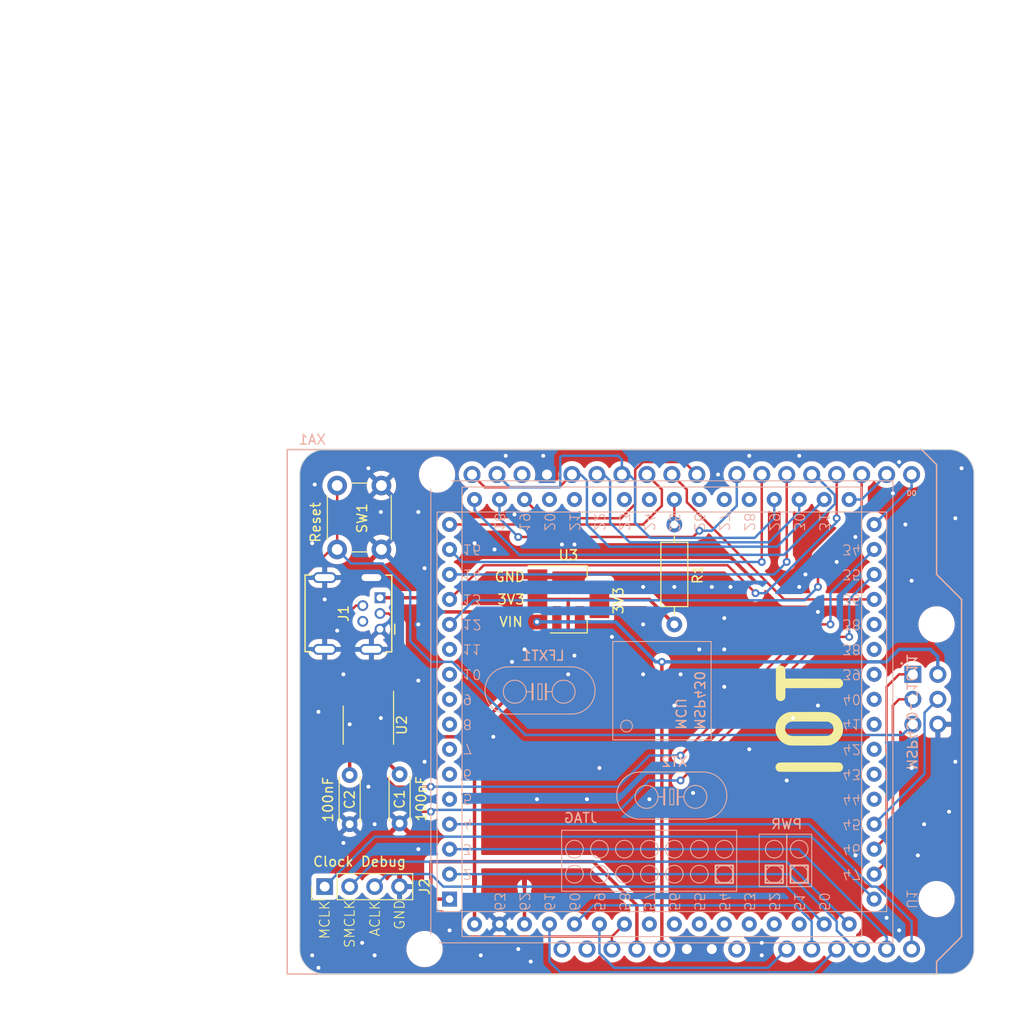
<source format=kicad_pcb>
(kicad_pcb (version 20221018) (generator pcbnew)
  (title_block (comment 4 "AISLER Project ID: EDIGCINF"))
  (layers (0 "F.Cu" signal) (31 "B.Cu" signal) (34 "B.Paste" user) (35 "F.Paste" user) (36 "B.SilkS" user "B.Silkscreen") (37 "F.SilkS" user "F.Silkscreen") (38 "B.Mask" user) (39 "F.Mask" user) (44 "Edge.Cuts" user))
  (net 0 "")
  (net 1 "GND")
  (net 3 "/USB_D-")
  (net 4 "/USB_D+")
  (net 5 "+5V")
  (net 6 "/R_{OSC}")
  (net 7 "VCC")
  (net 8 "GNDA")
  (net 9 "VDDA")
  (net 10 "/A5")
  (net 18 "/D2")
  (net 19 "/D3")
  (net 20 "/D5")
  (net 21 "/D6")
  (net 22 "/CS")
  (net 23 "/D4")
  (net 24 "/D7")
  (net 25 "/D8")
  (net 34 "/COPI0{slash}SDA")
  (net 35 "/CIPO0")
  (net 36 "/SCK0{slash}SCL")
  (net 37 "/TXD0")
  (net 38 "/RXD0")
  (net 39 "/TXD1")
  (net 40 "/RXD1")
  (net 41 "/D9")
  (net 50 "/COPI1")
  (net 51 "/CIPO1")
  (net 52 "/SCK1")
  (net 53 "/MCLK")
  (net 54 "/SMCLK")
  (net 55 "/ACLK")
  (net 63 "/~{RST}")
  (net 64 "/A0")
  (net 65 "/A1")
  (net 66 "/A2")
  (net 68 "/A3")
  (net 69 "/A4")
  (footprint "boards:RIOT Logo" (layer "F.Cu") (at 120.65 103.886 90)
    (fp_text reference "REF**" hide)
    (fp_text value "RIOT Logo" hide)
  )
  (footprint "custom:LDO-3V3" (layer "F.Cu") (at 90.83 83.82 180)
    (fp_text reference "U3")
    (fp_text value "LDO-3V3")
  )
  (footprint "PCM_arduino-library:Arduino_Uno_R3_Shield" (layer "F.Cu") (at 62.23 121.92)
    (fp_text reference "XA1")
    (fp_text value "Arduino UNO Headers")
  )
  (footprint "custom:USB_Mini-B-Through-Hole" (layer "F.Cu") (at 71.665 86.85 90)
    (fp_text reference "J1")
    (fp_text value "USB_B_Mini")
  )
  (footprint "Resistor_THT:R_Axial_DIN0207_L6.3mm_D2.5mm_P10.16mm_Horizontal" (layer "F.Cu") (at 101.6 76.2 -90)
    (fp_text reference "R1")
    (fp_text value "100K")
  )
  (footprint "NetTie:NetTie-2_SMD_Pad0.5mm" (layer "F.Cu") (at 86.36 112.53 -90)
    (fp_text reference "NT2" hide)
    (fp_text value "NetTie_2" hide)
  )
  (footprint "Button_Switch_THT:SW_PUSH_6mm_H5mm" (layer "F.Cu") (at 71.81 72.24 -90)
    (fp_text reference "SW1")
    (fp_text value "Reset")
  )
  (footprint "Package_SO:SOP-8_3.9x4.9mm_P1.27mm" (layer "F.Cu") (at 70.485 96.605 -90)
    (fp_text reference "U2")
    (fp_text value "CH340N")
  )
  (footprint "Connector_PinHeader_2.54mm:PinHeader_1x04_P2.54mm_Vertical" (layer "F.Cu") (at 66.04 113.03 90)
    (fp_text reference "J2")
    (fp_text value "Clock Debug")
  )
  (footprint "Capacitor_THT:C_Disc_D4.3mm_W1.9mm_P5.00mm" (layer "F.Cu") (at 73.66 106.6 90)
    (fp_text reference "C1")
    (fp_text value "100nF")
  )
  (footprint "Capacitor_THT:C_Disc_D4.3mm_W1.9mm_P5.00mm" (layer "F.Cu") (at 68.58 101.68 -90)
    (fp_text reference "C2")
    (fp_text value "100nF")
  )
  (footprint "NetTie:NetTie-2_SMD_Pad0.5mm" (layer "F.Cu") (at 81.28 112.395 -90)
    (fp_text reference "NT1" hide)
    (fp_text value "NetTie_2" hide)
  )
  (footprint "custom:Olimex MSP430-H1611" (layer "B.Cu") (at 78.74 114.3 90)
    (fp_text reference "U1")
    (fp_text value "MSP430-F1611")
  )
  (gr_line (start 66.04 68.58) (end 129.54 68.58) (stroke (width 0.1)) (layer "Edge.Cuts"))
  (gr_arc (start 132.08 119.38) (mid 131.336051 121.176051) (end 129.54 121.92) (stroke (width 0.1)) (layer "Edge.Cuts"))
  (gr_arc (start 129.54 68.58) (mid 131.336051 69.323949) (end 132.08 71.12) (stroke (width 0.1)) (layer "Edge.Cuts"))
  (gr_line (start 132.08 71.12) (end 132.08 119.38) (stroke (width 0.1)) (layer "Edge.Cuts"))
  (gr_line (start 63.5 119.38) (end 63.5 71.12) (stroke (width 0.1)) (layer "Edge.Cuts"))
  (gr_line (start 129.54 121.92) (end 66.04 121.92) (stroke (width 0.1)) (layer "Edge.Cuts"))
  (gr_arc (start 63.5 71.12) (mid 64.243949 69.323949) (end 66.04 68.58) (stroke (width 0.1)) (layer "Edge.Cuts"))
  (gr_arc (start 66.04 121.92) (mid 64.243949 121.176051) (end 63.5 119.38) (stroke (width 0.1)) (layer "Edge.Cuts"))
  (gr_text "SMCLK" (at 68.58 114.3 90) (layer "F.SilkS") (effects (font (size 1 1) (thickness 0.1)) (justify right)))
  (gr_text "ACLK" (at 71.15 114.36 90) (layer "F.SilkS") (effects (font (size 1 1) (thickness 0.1)) (justify right)))
  (gr_text "MCLK" (at 66.04 114.36 90) (layer "F.SilkS") (effects (font (size 1 1) (thickness 0.1)) (justify right)))
  (gr_text "GND" (at 73.66 114.3 90) (layer "F.SilkS") (effects (font (size 1 1) (thickness 0.1)) (justify right)))
  (via (at 70.485 70.485) (size 0.8) (drill 0.4) (layers "F.Cu" "B.Cu") (net 1))
  (via (at 71.755 95.885) (size 0.8) (drill 0.4) (layers "F.Cu" "B.Cu") (net 1))
  (via (at 110.49 120.015) (size 0.8) (drill 0.4) (layers "F.Cu" "B.Cu") (net 1))
  (via (at 76.2 100.33) (size 0.8) (drill 0.4) (layers "F.Cu" "B.Cu") (net 1))
  (via (at 85.344 75.184) (size 0.8) (drill 0.4) (layers "F.Cu" "B.Cu") (net 1))
  (via (at 130.81 70.485) (size 0.8) (drill 0.4) (layers "F.Cu" "B.Cu") (net 1))
  (via (at 78.74 117.475) (size 0.8) (drill 0.4) (layers "F.Cu" "B.Cu") (net 1))
  (via (at 103.505 103.505) (size 0.8) (drill 0.4) (layers "F.Cu" "B.Cu") (net 1))
  (via (at 124.46 117.475) (size 0.8) (drill 0.4) (layers "F.Cu" "B.Cu") (net 1))
  (via (at 85.725 119.38) (size 0.8) (drill 0.4) (layers "F.Cu" "B.Cu") (net 1))
  (via (at 83.185 97.79) (size 0.8) (drill 0.4) (layers "F.Cu" "B.Cu") (net 1))
  (via (at 81.915 120.015) (size 0.8) (drill 0.4) (layers "F.Cu" "B.Cu") (net 1))
  (via (at 106.68 85.725) (size 0.8) (drill 0.4) (layers "F.Cu" "B.Cu") (net 1))
  (via (at 114.3 69.215) (size 0.8) (drill 0.4) (layers "F.Cu" "B.Cu") (net 1))
  (via (at 86.36 88.9) (size 0.8) (drill 0.4) (layers "F.Cu" "B.Cu") (net 1))
  (via (at 65.405 121.285) (size 0.8) (drill 0.4) (layers "F.Cu" "B.Cu") (net 1))
  (via (at 65.024 72.136) (size 0.8) (drill 0.4) (layers "F.Cu" "B.Cu") (net 1))
  (via (at 95.25 87.63) (size 0.8) (drill 0.4) (layers "F.Cu" "B.Cu") (net 1))
  (via (at 126.365 109.855) (size 0.8) (drill 0.4) (layers "F.Cu" "B.Cu") (net 1))
  (via (at 125.095 76.2) (size 0.8) (drill 0.4) (layers "F.Cu" "B.Cu") (net 1))
  (via (at 88.265 69.215) (size 0.8) (drill 0.4) (layers "F.Cu" "B.Cu") (net 1))
  (via (at 101.6 82.55) (size 0.8) (drill 0.4) (layers "F.Cu" "B.Cu") (net 1))
  (via (at 69.85 118.745) (size 0.8) (drill 0.4) (layers "F.Cu" "B.Cu") (net 1))
  (via (at 84.455 69.215) (size 0.8) (drill 0.4) (layers "F.Cu" "B.Cu") (net 1))
  (via (at 129.54 105.41) (size 0.8) (drill 0.4) (layers "F.Cu" "B.Cu") (net 1))
  (via (at 91.44 89.535) (size 0.8) (drill 0.4) (layers "F.Cu" "B.Cu") (net 1))
  (via (at 125.73 100.965) (size 0.8) (drill 0.4) (layers "F.Cu" "B.Cu") (net 1))
  (via (at 91.44 78.232) (size 0.8) (drill 0.4) (layers "F.Cu" "B.Cu") (net 1))
  (via (at 109.22 69.215) (size 0.8) (drill 0.4) (layers "F.Cu" "B.Cu") (net 1))
  (via (at 68.58 96.52) (size 0.8) (drill 0.4) (layers "F.Cu" "B.Cu") (net 1))
  (via (at 106.68 88.9) (size 0.8) (drill 0.4) (layers "F.Cu" "B.Cu") (net 1))
  (via (at 67.945 108.585) (size 0.8) (drill 0.4) (layers "F.Cu" "B.Cu") (net 1))
  (via (at 67.945 91.44) (size 0.8) (drill 0.4) (layers "F.Cu" "B.Cu") (net 1))
  (via (at 81.28 78.105) (size 0.8) (drill 0.4) (layers "F.Cu" "B.Cu") (net 1))
  (via (at 71.12 106.68) (size 0.8) (drill 0.4) (layers "F.Cu" "B.Cu") (net 1))
  (via (at 114.3 82.55) (size 0.8) (drill 0.4) (layers "F.Cu" "B.Cu") (net 1))
  (via (at 120.015 109.855) (size 0.8) (drill 0.4) (layers "F.Cu" "B.Cu") (net 1))
  (via (at 120.015 77.47) (size 0.8) (drill 0.4) (layers "F.Cu" "B.Cu") (net 1))
  (via (at 104.14 88.9) (size 0.8) (drill 0.4) (layers "F.Cu" "B.Cu") (net 1))
  (via (at 102.235 91.44) (size 0.8) (drill 0.4) (layers "F.Cu" "B.Cu") (net 1))
  (via (at 93.98 100.965) (size 0.8) (drill 0.4) (layers "F.Cu" "B.Cu") (net 1))
  (via (at 87.63 104.14) (size 0.8) (drill 0.4) (layers "F.Cu" "B.Cu") (net 1))
  (via (at 99.06 104.14) (size 0.8) (drill 0.4) (layers "F.Cu" "B.Cu") (net 1))
  (via (at 75.565 92.075) (size 0.8) (drill 0.4) (layers "F.Cu" "B.Cu") (net 1))
  (via (at 75.565 74.93) (size 0.8) (drill 0.4) (layers "F.Cu" "B.Cu") (net 1))
  (via (at 65.405 95.25) (size 0.8) (drill 0.4) (layers "F.Cu" "B.Cu") (net 1))
  (via (at 75.565 109.22) (size 0.8) (drill 0.4) (layers "F.Cu" "B.Cu") (net 1))
  (via (at 116.205 94.615) (size 0.8) (drill 0.4) (layers "F.Cu" "B.Cu") (net 1))
  (via (at 110.49 118.745) (size 0.8) (drill 0.4) (layers "F.Cu" "B.Cu") (net 1))
  (via (at 71.12 120.015) (size 0.8) (drill 0.4) (layers "F.Cu" "B.Cu") (net 1))
  (via (at 98.425 86.36) (size 0.8) (drill 0.4) (layers "F.Cu" "B.Cu") (net 1))
  (via (at 116.205 85.09) (size 0.8) (drill 0.4) (layers "F.Cu" "B.Cu") (net 1))
  (via (at 98.425 91.44) (size 0.8) (drill 0.4) (layers "F.Cu" "B.Cu") (net 1))
  (via (at 107.315 82.55) (size 0.8) (drill 0.4) (layers "F.Cu" "B.Cu") (net 1))
  (via (at 90.17 78.232) (size 0.8) (drill 0.4) (layers "F.Cu" "B.Cu") (net 1))
  (via (at 127 106.68) (size 0.8) (drill 0.4) (layers "F.Cu" "B.Cu") (net 1))
  (via (at 92.71 104.14) (size 0.8) (drill 0.4) (layers "F.Cu" "B.Cu") (net 1))
  (via (at 123.19 116.205) (size 0.8) (drill 0.4) (layers "F.Cu" "B.Cu") (net 1))
  (via (at 114.935 81.28) (size 0.8) (drill 0.4) (layers "F.Cu" "B.Cu") (net 1))
  (via (at 130.175 75.565) (size 0.8) (drill 0.4) (layers "F.Cu" "B.Cu") (net 1))
  (via (at 83.312 78.74) (size 0.8) (drill 0.4) (layers "F.Cu" "B.Cu") (net 1))
  (via (at 66.04 83.82) (size 0.8) (drill 0.4) (layers "F.Cu" "B.Cu") (net 1))
  (via (at 85.09 90.17) (size 0.8) (drill 0.4) (layers "F.Cu" "B.Cu") (net 1))
  (via (at 70.485 102.87) (size 0.8) (drill 0.4) (layers "F.Cu" "B.Cu") (net 1))
  (via (at 118.11 80.01) (size 0.8) (drill 0.4) (layers "F.Cu" "B.Cu") (net 1))
  (via (at 123.825 73.025) (size 0.8) (drill 0.4) (layers "F.Cu" "B.Cu") (net 1))
  (via (at 105.41 82.55) (size 0.8) (drill 0.4) (layers "F.Cu" "B.Cu") (net 1))
  (via (at 106.045 71.12) (size 0.8) (drill 0.4) (layers "F.Cu" "B.Cu") (net 1))
  (via (at 67.31 86.995) (size 0.8) (drill 0.4) (layers "F.Cu" "B.Cu") (net 1))
  (via (at 76.2 80.645) (size 0.8) (drill 0.4) (layers "F.Cu" "B.Cu") (net 1))
  (via (at 113.665 95.885) (size 0.8) (drill 0.4) (layers "F.Cu" "B.Cu") (net 1))
  (via (at 101.6 94.615) (size 0.8) (drill 0.4) (layers "F.Cu" "B.Cu") (net 1))
  (via (at 109.22 99.06) (size 0.8) (drill 0.4) (layers "F.Cu" "B.Cu") (net 1))
  (via (at 125.73 81.915) (size 0.8) (drill 0.4) (layers "F.Cu" "B.Cu") (net 1))
  (via (at 90.805 91.44) (size 0.8) (drill 0.4) (layers "F.Cu" "B.Cu") (net 1))
  (via (at 71.755 74.93) (size 0.8) (drill 0.4) (layers "F.Cu" "B.Cu") (net 1))
  (via (at 64.77 120.015) (size 0.8) (drill 0.4) (layers "F.Cu" "B.Cu") (net 1))
  (via (at 106.68 92.71) (size 0.8) (drill 0.4) (layers "F.Cu" "B.Cu") (net 1))
  (via (at 130.175 100.33) (size 0.8) (drill 0.4) (layers "F.Cu" "B.Cu") (net 1))
  (via (at 98.425 82.55) (size 0.8) (drill 0.4) (layers "F.Cu" "B.Cu") (net 1))
  (via (at 113.03 102.235) (size 0.8) (drill 0.4) (layers "F.Cu" "B.Cu") (net 1))
  (via (at 75.565 86.36) (size 0.8) (drill 0.4) (layers "F.Cu" "B.Cu") (net 1))
  (via (at 86.995 120.65) (size 0.8) (drill 0.4) (layers "F.Cu" "B.Cu") (net 1))
  (via (at 124.46 69.85) (size 0.8) (drill 0.4) (layers "F.Cu" "B.Cu") (net 1))
  (via (at 64.77 78.105) (size 0.8) (drill 0.4) (layers "F.Cu" "B.Cu") (net 1))
  (segment (start 69.915 84.45) (end 69.22 84.45) (width 0.25) (layer "F.Cu") (net 3))
  (segment (start 71.12 92.075) (end 71.12 93.98) (width 0.25) (layer "F.Cu") (net 3))
  (segment (start 69.22 84.45) (end 68.58 85.09) (width 0.25) (layer "F.Cu") (net 3))
  (segment (start 68.58 85.09) (end 68.58 89.535) (width 0.25) (layer "F.Cu") (net 3))
  (segment (start 68.58 89.535) (end 71.12 92.075) (width 0.25) (layer "F.Cu") (net 3))
  (segment (start 72.55 85.25) (end 71.665 85.25) (width 0.25) (layer "F.Cu") (net 4))
  (segment (start 72.39 93.98) (end 72.39 92.71) (width 0.25) (layer "F.Cu") (net 4))
  (segment (start 73.66 86.36) (end 72.55 85.25) (width 0.25) (layer "F.Cu") (net 4))
  (segment (start 73.66 91.44) (end 73.66 86.36) (width 0.25) (layer "F.Cu") (net 4))
  (segment (start 72.39 92.71) (end 73.66 91.44) (width 0.25) (layer "F.Cu") (net 4))
  (segment (start 100.33 90.17) (end 100.33 119.38) (width 0.35) (layer "F.Cu") (net 5))
  (segment (start 76.03 83.65) (end 77.47 85.09) (width 0.35) (layer "F.Cu") (net 5))
  (segment (start 87.68 86.12) (end 87.644 86.12) (width 0.35) (layer "F.Cu") (net 5))
  (segment (start 77.47 85.09) (end 83.82 85.09) (width 0.35) (layer "F.Cu") (net 5))
  (segment (start 87.644 86.12) (end 87.63 86.106) (width 0.35) (layer "F.Cu") (net 5))
  (segment (start 87.63 86.106) (end 87.616 86.12) (width 0.35) (layer "F.Cu") (net 5))
  (segment (start 87.616 86.12) (end 84.85 86.12) (width 0.35) (layer "F.Cu") (net 5))
  (segment (start 84.85 86.12) (end 83.82 85.09) (width 0.35) (layer "F.Cu") (net 5))
  (segment (start 71.665 83.65) (end 76.03 83.65) (width 0.35) (layer "F.Cu") (net 5))
  (via (at 100.33 90.17) (size 0.8) (drill 0.4) (layers "F.Cu" "B.Cu") (net 5))
  (via (at 87.63 86.106) (size 0.8) (drill 0.4) (layers "F.Cu" "B.Cu") (net 5))
  (segment (start 99.695 90.17) (end 100.33 90.17) (width 0.35) (layer "B.Cu") (net 5))
  (segment (start 123.19 90.17) (end 124.46 88.9) (width 0.35) (layer "B.Cu") (net 5))
  (segment (start 127.635 88.9) (end 124.46 88.9) (width 0.35) (layer "B.Cu") (net 5))
  (segment (start 95.631 86.106) (end 99.695 90.17) (width 0.35) (layer "B.Cu") (net 5))
  (segment (start 128.397 89.662) (end 127.635 88.9) (width 0.35) (layer "B.Cu") (net 5))
  (segment (start 100.33 90.17) (end 123.19 90.17) (width 0.35) (layer "B.Cu") (net 5))
  (segment (start 128.397 91.44) (end 128.397 89.662) (width 0.35) (layer "B.Cu") (net 5))
  (segment (start 87.63 86.106) (end 95.631 86.106) (width 0.35) (layer "B.Cu") (net 5))
  (segment (start 101.6 76.2) (end 101.6 73.66) (width 0.25) (layer "F.Cu") (net 6))
  (segment (start 80.645 97.79) (end 72.39 97.79) (width 0.35) (layer "F.Cu") (net 7))
  (segment (start 81.28 110.49) (end 76.835 110.49) (width 0.35) (layer "F.Cu") (net 7))
  (segment (start 97.79 114.935) (end 97.79 119.38) (width 0.35) (layer "F.Cu") (net 7))
  (segment (start 93.98 83.82) (end 99.06 83.82) (width 0.35) (layer "F.Cu") (net 7))
  (segment (start 99.06 83.82) (end 101.6 86.36) (width 0.35) (layer "F.Cu") (net 7))
  (segment (start 81.28 110.49) (end 93.345 110.49) (width 0.35) (layer "F.Cu") (net 7))
  (segment (start 90.805 83.82) (end 93.98 83.82) (width 0.35) (layer "F.Cu") (net 7))
  (segment (start 81.28 98.425) (end 81.28 110.49) (width 0.35) (layer "F.Cu") (net 7))
  (segment (start 72.39 99.23) (end 72.39 97.79) (width 0.35) (layer "F.Cu") (net 7))
  (segment (start 72.39 100.33) (end 73.66 101.6) (width 0.35) (layer "F.Cu") (net 7))
  (segment (start 93.345 110.49) (end 97.79 114.935) (width 0.35) (layer "F.Cu") (net 7))
  (segment (start 87.68 83.82) (end 90.805 83.82) (width 0.35) (layer "F.Cu") (net 7))
  (segment (start 90.805 83.82) (end 90.805 87.63) (width 0.35) (layer "F.Cu") (net 7))
  (segment (start 68.58 99.23) (end 68.58 101.68) (width 0.35) (layer "F.Cu") (net 7))
  (segment (start 76.835 110.49) (end 76.835 114.3) (width 0.35) (layer "F.Cu") (net 7))
  (segment (start 81.28 110.49) (end 81.28 111.895) (width 0.35) (layer "F.Cu") (net 7))
  (segment (start 80.645 97.79) (end 81.28 98.425) (width 0.35) (layer "F.Cu") (net 7))
  (segment (start 90.805 87.63) (end 80.645 97.79) (width 0.35) (layer "F.Cu") (net 7))
  (segment (start 68.58 97.79) (end 68.58 99.23) (width 0.35) (layer "F.Cu") (net 7))
  (segment (start 72.39 99.23) (end 72.39 100.33) (width 0.35) (layer "F.Cu") (net 7))
  (segment (start 72.39 97.79) (end 68.58 97.79) (width 0.35) (layer "F.Cu") (net 7))
  (segment (start 76.835 114.3) (end 78.74 114.3) (width 0.35) (layer "F.Cu") (net 7))
  (segment (start 86.36 116.84) (end 86.36 113.03) (width 0.35) (layer "F.Cu") (net 8))
  (segment (start 81.28 116.84) (end 81.28 112.895) (width 0.35) (layer "F.Cu") (net 9))
  (segment (start 115.302749 106.68) (end 121.652749 113.03) (width 0.25) (layer "B.Cu") (net 10))
  (segment (start 78.74 106.68) (end 115.302749 106.68) (width 0.25) (layer "B.Cu") (net 10))
  (segment (start 125.73 116.572749) (end 125.73 119.38) (width 0.25) (layer "B.Cu") (net 10))
  (segment (start 122.187251 113.03) (end 125.73 116.572749) (width 0.25) (layer "B.Cu") (net 10))
  (segment (start 121.652749 113.03) (end 122.187251 113.03) (width 0.25) (layer "B.Cu") (net 10))
  (segment (start 120.65 71.12) (end 120.65 74.93) (width 0.25) (layer "F.Cu") (net 18))
  (segment (start 116.205 82.55) (end 116.205 79.375) (width 0.25) (layer "F.Cu") (net 18))
  (segment (start 116.205 79.375) (end 120.65 74.93) (width 0.25) (layer "F.Cu") (net 18))
  (via (at 116.205 82.55) (size 0.8) (drill 0.4) (layers "F.Cu" "B.Cu") (net 18))
  (segment (start 114.845 83.91) (end 116.205 82.55) (width 0.25) (layer "B.Cu") (net 18))
  (segment (start 81.19 83.91) (end 114.845 83.91) (width 0.25) (layer "B.Cu") (net 18))
  (segment (start 78.74 86.36) (end 81.19 83.91) (width 0.25) (layer "B.Cu") (net 18))
  (segment (start 78.74 83.82) (end 82.215 80.345) (width 0.25) (layer "F.Cu") (net 19))
  (segment (start 82.215 80.345) (end 107.015 80.345) (width 0.25) (layer "F.Cu") (net 19))
  (segment (start 107.015 80.345) (end 109.855 83.185) (width 0.25) (layer "F.Cu") (net 19))
  (segment (start 118.11 75.565) (end 118.11 71.12) (width 0.25) (layer "F.Cu") (net 19))
  (via (at 118.11 75.565) (size 0.8) (drill 0.4) (layers "F.Cu" "B.Cu") (net 19))
  (via (at 109.855 83.185) (size 0.8) (drill 0.4) (layers "F.Cu" "B.Cu") (net 19))
  (segment (start 118.11 75.565) (end 118.11 75.955305) (width 0.25) (layer "B.Cu") (net 19))
  (segment (start 118.11 75.955305) (end 110.880305 83.185) (width 0.25) (layer "B.Cu") (net 19))
  (segment (start 110.880305 83.185) (end 109.855 83.185) (width 0.25) (layer "B.Cu") (net 19))
  (segment (start 113.03 80.01) (end 113.03 71.12) (width 0.25) (layer "F.Cu") (net 20))
  (via (at 113.03 80.01) (size 0.8) (drill 0.4) (layers "F.Cu" "B.Cu") (net 20))
  (segment (start 111.76 81.28) (end 78.74 81.28) (width 0.25) (layer "B.Cu") (net 20))
  (segment (start 113.03 80.01) (end 111.76 81.28) (width 0.25) (layer "B.Cu") (net 20))
  (segment (start 110.49 80.01) (end 110.49 71.12) (width 0.25) (layer "F.Cu") (net 21))
  (via (at 110.49 80.01) (size 0.8) (drill 0.4) (layers "F.Cu" "B.Cu") (net 21))
  (segment (start 110.49 80.01) (end 80.01 80.01) (width 0.25) (layer "B.Cu") (net 21))
  (segment (start 80.01 80.01) (end 78.74 78.74) (width 0.25) (layer "B.Cu") (net 21))
  (segment (start 98.425 76.2) (end 100.33 74.295) (width 0.25) (layer "F.Cu") (net 22))
  (segment (start 100.33 72.644) (end 98.806 71.12) (width 0.25) (layer "F.Cu") (net 22))
  (segment (start 100.33 74.295) (end 100.33 72.644) (width 0.25) (layer "F.Cu") (net 22))
  (segment (start 78.74 76.2) (end 98.425 76.2) (width 0.25) (layer "F.Cu") (net 22))
  (segment (start 112.752251 79.285) (end 85.82737 79.285) (width 0.25) (layer "B.Cu") (net 23))
  (segment (start 81.28 74.73763) (end 81.28 73.66) (width 0.25) (layer "B.Cu") (net 23))
  (segment (start 117.927 73.209749) (end 117.927 74.110251) (width 0.25) (layer "B.Cu") (net 23))
  (segment (start 115.57 71.12) (end 115.837251 71.12) (width 0.25) (layer "B.Cu") (net 23))
  (segment (start 115.837251 71.12) (end 117.927 73.209749) (width 0.25) (layer "B.Cu") (net 23))
  (segment (start 117.927 74.110251) (end 112.752251 79.285) (width 0.25) (layer "B.Cu") (net 23))
  (segment (start 85.82737 79.285) (end 81.28 74.73763) (width 0.25) (layer "B.Cu") (net 23))
  (segment (start 103.505 77.47) (end 92.71 77.47) (width 0.25) (layer "F.Cu") (net 24))
  (segment (start 87.884 77.47) (end 88.646 76.708) (width 0.25) (layer "F.Cu") (net 24))
  (segment (start 91.948 76.708) (end 92.71 77.47) (width 0.25) (layer "F.Cu") (net 24))
  (segment (start 87.884 77.47) (end 85.725 77.47) (width 0.25) (layer "F.Cu") (net 24))
  (segment (start 88.646 76.708) (end 91.948 76.708) (width 0.25) (layer "F.Cu") (net 24))
  (segment (start 104.14 76.835) (end 103.505 77.47) (width 0.25) (layer "F.Cu") (net 24))
  (via (at 85.725 77.47) (size 0.8) (drill 0.4) (layers "F.Cu" "B.Cu") (net 24))
  (via (at 104.14 76.835) (size 0.8) (drill 0.4) (layers "F.Cu" "B.Cu") (net 24))
  (segment (start 107.95 74.295) (end 107.95 71.12) (width 0.25) (layer "B.Cu") (net 24))
  (segment (start 104.14 76.835) (end 105.41 76.835) (width 0.25) (layer "B.Cu") (net 24))
  (segment (start 105.41 76.835) (end 107.95 74.295) (width 0.25) (layer "B.Cu") (net 24))
  (segment (start 83.82 75.565) (end 83.82 73.66) (width 0.25) (layer "B.Cu") (net 24))
  (segment (start 85.725 77.47) (end 83.82 75.565) (width 0.25) (layer "B.Cu") (net 24))
  (segment (start 102.616 69.85) (end 103.886 71.12) (width 0.25) (layer "F.Cu") (net 25))
  (segment (start 96.1748 75.565) (end 88.265 75.565) (width 0.25) (layer "F.Cu") (net 25))
  (segment (start 97.6174 74.1224) (end 96.1748 75.565) (width 0.25) (layer "F.Cu") (net 25))
  (segment (start 97.6174 74.1224) (end 97.6174 70.627665) (width 0.25) (layer "F.Cu") (net 25))
  (segment (start 98.395065 69.85) (end 102.616 69.85) (width 0.25) (layer "F.Cu") (net 25))
  (segment (start 97.6174 70.627665) (end 98.395065 69.85) (width 0.25) (layer "F.Cu") (net 25))
  (segment (start 86.36 73.66) (end 88.265 75.565) (width 0.25) (layer "F.Cu") (net 25))
  (segment (start 97.607 71.755) (end 97.607 76.017) (width 0.25) (layer "B.Cu") (net 34))
  (segment (start 84.8546 72.4086) (end 83.566 71.12) (width 0.25) (layer "B.Cu") (net 34))
  (segment (start 96.972 71.12) (end 97.607 71.755) (width 0.25) (layer "B.Cu") (net 34))
  (segment (start 90.17 69.215) (end 89.9974 69.3876) (width 0.25) (layer "B.Cu") (net 34))
  (segment (start 89.9974 69.3876) (end 89.9974 72.3458) (width 0.25) (layer "B.Cu") (net 34))
  (segment (start 89.9346 72.4086) (end 84.8546 72.4086) (width 0.25) (layer "B.Cu") (net 34))
  (segment (start 96.266 71.12) (end 96.972 71.12) (width 0.25) (layer "B.Cu") (net 34))
  (segment (start 89.9974 72.3458) (end 89.9346 72.4086) (width 0.25) (layer "B.Cu") (net 34))
  (segment (start 99.15 77.56) (end 109.765 77.56) (width 0.25) (layer "B.Cu") (net 34))
  (segment (start 111.76 75.565) (end 111.76 73.66) (width 0.25) (layer "B.Cu") (net 34))
  (segment (start 109.765 77.56) (end 111.76 75.565) (width 0.25) (layer "B.Cu") (net 34))
  (segment (start 96.266 69.596) (end 95.885 69.215) (width 0.25) (layer "B.Cu") (net 34))
  (segment (start 96.266 71.12) (end 96.266 69.596) (width 0.25) (layer "B.Cu") (net 34))
  (segment (start 97.607 76.017) (end 99.15 77.56) (width 0.25) (layer "B.Cu") (net 34))
  (segment (start 95.885 69.215) (end 90.17 69.215) (width 0.25) (layer "B.Cu") (net 34))
  (segment (start 97.06 78.01) (end 95.067 76.017) (width 0.25) (layer "B.Cu") (net 35))
  (segment (start 114.3 74.93) (end 111.22 78.01) (width 0.25) (layer "B.Cu") (net 35))
  (segment (start 95.067 76.017) (end 95.067 71.755) (width 0.25) (layer "B.Cu") (net 35))
  (segment (start 111.22 78.01) (end 97.06 78.01) (width 0.25) (layer "B.Cu") (net 35))
  (segment (start 94.432 71.12) (end 95.067 71.755) (width 0.25) (layer "B.Cu") (net 35))
  (segment (start 114.3 73.66) (end 114.3 74.93) (width 0.25) (layer "B.Cu") (net 35))
  (segment (start 93.726 71.12) (end 94.432 71.12) (width 0.25) (layer "B.Cu") (net 35))
  (segment (start 89.8974 72.4086) (end 91.186 71.12) (width 0.25) (layer "F.Cu") (net 36))
  (segment (start 82.3146 72.4086) (end 89.8974 72.4086) (width 0.25) (layer "F.Cu") (net 36))
  (segment (start 81.026 71.12) (end 82.3146 72.4086) (width 0.25) (layer "F.Cu") (net 36))
  (segment (start 91.186 71.12) (end 92.075 71.12) (width 0.25) (layer "B.Cu") (net 36))
  (segment (start 92.075 71.12) (end 92.71 71.755) (width 0.25) (layer "B.Cu") (net 36))
  (segment (start 112.04 78.46) (end 116.84 73.66) (width 0.25) (layer "B.Cu") (net 36))
  (segment (start 92.71 76.2) (end 94.97 78.46) (width 0.25) (layer "B.Cu") (net 36))
  (segment (start 94.97 78.46) (end 112.04 78.46) (width 0.25) (layer "B.Cu") (net 36))
  (segment (start 92.71 71.755) (end 92.71 76.2) (width 0.25) (layer "B.Cu") (net 36))
  (segment (start 120.65 73.66) (end 123.19 71.12) (width 0.25) (layer "B.Cu") (net 37))
  (segment (start 119.38 73.66) (end 120.65 73.66) (width 0.25) (layer "B.Cu") (net 37))
  (segment (start 121.92 76.2) (end 125.73 72.39) (width 0.25) (layer "B.Cu") (net 38))
  (segment (start 125.73 72.39) (end 125.73 71.12) (width 0.25) (layer "B.Cu") (net 38))
  (segment (start 73.197588 102.87) (end 76.835 102.87) (width 0.25) (layer "F.Cu") (net 39))
  (segment (start 102.235 99.695) (end 115.57 86.36) (width 0.25) (layer "F.Cu") (net 39))
  (segment (start 71.12 100.792412) (end 73.197588 102.87) (width 0.25) (layer "F.Cu") (net 39))
  (segment (start 71.12 99.23) (end 71.12 100.792412) (width 0.25) (layer "F.Cu") (net 39))
  (segment (start 115.57 86.36) (end 117.475 86.36) (width 0.25) (layer "F.Cu") (net 39))
  (via (at 102.235 99.695) (size 0.8) (drill 0.4) (layers "F.Cu" "B.Cu") (net 39))
  (via (at 76.835 102.87) (size 0.8) (drill 0.4) (layers "F.Cu" "B.Cu") (net 39))
  (via (at 117.475 86.36) (size 0.8) (drill 0.4) (layers "F.Cu" "B.Cu") (net 39))
  (segment (start 117.475 86.36) (end 117.475 83.185) (width 0.25) (layer "B.Cu") (net 39))
  (segment (start 99.06 99.695) (end 102.235 99.695) (width 0.25) (layer "B.Cu") (net 39))
  (segment (start 117.475 83.185) (end 121.92 78.74) (width 0.25) (layer "B.Cu") (net 39))
  (segment (start 95.885 102.87) (end 99.06 99.695) (width 0.25) (layer "B.Cu") (net 39))
  (segment (start 76.835 102.87) (end 95.885 102.87) (width 0.25) (layer "B.Cu") (net 39))
  (segment (start 69.85 99.23) (end 69.85 100.158808) (width 0.25) (layer "F.Cu") (net 40))
  (segment (start 102.235 102.235) (end 116.84 87.63) (width 0.25) (layer "F.Cu") (net 40))
  (segment (start 69.85 100.158808) (end 75.101192 105.41) (width 0.25) (layer "F.Cu") (net 40))
  (segment (start 116.84 87.63) (end 119.38 87.63) (width 0.25) (layer "F.Cu") (net 40))
  (segment (start 75.101192 105.41) (end 76.835 105.41) (width 0.25) (layer "F.Cu") (net 40))
  (via (at 102.235 102.235) (size 0.8) (drill 0.4) (layers "F.Cu" "B.Cu") (net 40))
  (via (at 119.38 87.63) (size 0.8) (drill 0.4) (layers "F.Cu" "B.Cu") (net 40))
  (via (at 76.835 105.41) (size 0.8) (drill 0.4) (layers "F.Cu" "B.Cu") (net 40))
  (segment (start 119.38 83.82) (end 121.92 81.28) (width 0.25) (layer "B.Cu") (net 40))
  (segment (start 76.652 105.227) (end 96.068 105.227) (width 0.25) (layer "B.Cu") (net 40))
  (segment (start 76.835 105.41) (end 76.652 105.227) (width 0.25) (layer "B.Cu") (net 40))
  (segment (start 96.068 105.227) (end 99.06 102.235) (width 0.25) (layer "B.Cu") (net 40))
  (segment (start 119.38 87.63) (end 119.38 83.82) (width 0.25) (layer "B.Cu") (net 40))
  (segment (start 99.06 102.235) (end 102.235 102.235) (width 0.25) (layer "B.Cu") (net 40))
  (segment (start 102.87 73.927251) (end 112.762749 83.82) (width 0.25) (layer "F.Cu") (net 41))
  (segment (start 102.87 73.927251) (end 102.87 72.644) (width 0.25) (layer "F.Cu") (net 41))
  (segment (start 102.87 72.644) (end 101.346 71.12) (width 0.25) (layer "F.Cu") (net 41))
  (segment (start 112.762749 83.82) (end 121.92 83.82) (width 0.25) (layer "F.Cu") (net 41))
  (segment (start 127.0456 101.5544) (end 127.0456 95.3314) (width 0.25) (layer "B.Cu") (net 50))
  (segment (start 127.0456 95.3314) (end 128.397 93.98) (width 0.25) (layer "B.Cu") (net 50))
  (segment (start 121.92 106.68) (end 127.0456 101.5544) (width 0.25) (layer "B.Cu") (net 50))
  (segment (start 123.19 107.95) (end 123.19 92.71) (width 0.25) (layer "F.Cu") (net 51))
  (segment (start 124.46 91.44) (end 125.857 91.44) (width 0.25) (layer "F.Cu") (net 51))
  (segment (start 123.19 92.71) (end 124.46 91.44) (width 0.25) (layer "F.Cu") (net 51))
  (segment (start 121.92 109.22) (end 123.19 107.95) (width 0.25) (layer "F.Cu") (net 51))
  (segment (start 124.46 93.98) (end 125.857 93.98) (width 0.25) (layer "F.Cu") (net 52))
  (segment (start 123.825 94.615) (end 124.46 93.98) (width 0.25) (layer "F.Cu") (net 52))
  (segment (start 123.825 109.855) (end 123.825 94.615) (width 0.25) (layer "F.Cu") (net 52))
  (segment (start 121.92 111.76) (end 123.825 109.855) (width 0.25) (layer "F.Cu") (net 52))
  (segment (start 71.12 107.95) (end 66.04 113.03) (width 0.25) (layer "B.Cu") (net 53))
  (segment (start 115.57 107.95) (end 71.12 107.95) (width 0.25) (layer "B.Cu") (net 53))
  (segment (start 121.92 114.3) (end 115.57 107.95) (width 0.25) (layer "B.Cu") (net 53))
  (segment (start 71.12 110.49) (end 113.03 110.49) (width 0.25) (layer "B.Cu") (net 54))
  (segment (start 113.03 110.49) (end 119.38 116.84) (width 0.25) (layer "B.Cu") (net 54))
  (segment (start 68.58 113.03) (end 71.12 110.49) (width 0.25) (layer "B.Cu") (net 54))
  (segment (start 71.12 113.03) (end 72.395 111.755) (width 0.25) (layer "B.Cu") (net 55))
  (segment (start 72.395 111.755) (end 76.83 111.755) (width 0.25) (layer "B.Cu") (net 55))
  (segment (start 113.03 113.03) (end 116.84 116.84) (width 0.25) (layer "B.Cu") (net 55))
  (segment (start 76.83 111.755) (end 78.105 113.03) (width 0.25) (layer "B.Cu") (net 55))
  (segment (start 78.105 113.03) (end 113.03 113.03) (width 0.25) (layer "B.Cu") (net 55))
  (segment (start 78.001727 115.57) (end 80.541727 118.11) (width 0.25) (layer "F.Cu") (net 63))
  (segment (start 95.25 118.11) (end 96.52 116.84) (width 0.25) (layer "F.Cu") (net 63))
  (segment (start 66.675 78.74) (end 64.135 81.28) (width 0.25) (layer "F.Cu") (net 63))
  (segment (start 67.31 78.74) (end 67.31 72.24) (width 0.25) (layer "F.Cu") (net 63))
  (segment (start 64.135 115.57) (end 78.001727 115.57) (width 0.25) (layer "F.Cu") (net 63))
  (segment (start 64.135 81.28) (end 64.135 115.57) (width 0.25) (layer "F.Cu") (net 63))
  (segment (start 95.25 119.38) (end 95.25 118.11) (width 0.25) (layer "F.Cu") (net 63))
  (segment (start 80.541727 118.11) (end 95.25 118.11) (width 0.25) (layer "F.Cu") (net 63))
  (segment (start 67.31 78.74) (end 66.675 78.74) (width 0.25) (layer "F.Cu") (net 63))
  (segment (start 86.444251 97.607) (end 79.007251 90.17) (width 0.25) (layer "B.Cu") (net 63))
  (segment (start 79.007251 90.17) (end 76.835 90.17) (width 0.25) (layer "B.Cu") (net 63))
  (segment (start 124.77 97.607) (end 86.444251 97.607) (width 0.25) (layer "B.Cu") (net 63))
  (segment (start 74.74 82.995) (end 71.91 80.165) (width 0.25) (layer "B.Cu") (net 63))
  (segment (start 68.735 80.165) (end 67.31 78.74) (width 0.25) (layer "B.Cu") (net 63))
  (segment (start 76.835 90.17) (end 74.74 88.075) (width 0.25) (layer "B.Cu") (net 63))
  (segment (start 74.74 88.075) (end 74.74 82.995) (width 0.25) (layer "B.Cu") (net 63))
  (segment (start 71.91 80.165) (end 68.735 80.165) (width 0.25) (layer "B.Cu") (net 63))
  (segment (start 125.857 96.52) (end 124.77 97.607) (width 0.25) (layer "B.Cu") (net 63))
  (segment (start 95.474065 121.285) (end 111.125 121.285) (width 0.25) (layer "B.Cu") (net 64))
  (segment (start 111.125 121.285) (end 113.03 119.38) (width 0.25) (layer "B.Cu") (net 64))
  (segment (start 93.98 119.790935) (end 95.474065 121.285) (width 0.25) (layer "B.Cu") (net 64))
  (segment (start 93.98 116.84) (end 93.98 119.790935) (width 0.25) (layer "B.Cu") (net 64))
  (segment (start 91.44 116.84) (end 93.345 114.935) (width 0.25) (layer "B.Cu") (net 65))
  (segment (start 113.932251 114.935) (end 93.345 114.935) (width 0.25) (layer "B.Cu") (net 65))
  (segment (start 115.57 119.38) (end 115.57 116.572749) (width 0.25) (layer "B.Cu") (net 65))
  (segment (start 115.57 116.572749) (end 113.932251 114.935) (width 0.25) (layer "B.Cu") (net 65))
  (segment (start 118.11 119.38) (end 115.755 121.735) (width 0.25) (layer "B.Cu") (net 66))
  (segment (start 88.9 120.65) (end 88.9 116.84) (width 0.25) (layer "B.Cu") (net 66))
  (segment (start 115.755 121.735) (end 89.985 121.735) (width 0.25) (layer "B.Cu") (net 66))
  (segment (start 89.985 121.735) (end 88.9 120.65) (width 0.25) (layer "B.Cu") (net 66))
  (segment (start 118.11 116.572749) (end 113.297251 111.76) (width 0.25) (layer "B.Cu") (net 68))
  (segment (start 113.297251 111.76) (end 78.74 111.76) (width 0.25) (layer "B.Cu") (net 68))
  (segment (start 120.65 119.38) (end 120.015 119.38) (width 0.25) (layer "B.Cu") (net 68))
  (segment (start 118.11 117.475) (end 118.11 116.572749) (width 0.25) (layer "B.Cu") (net 68))
  (segment (start 120.015 119.38) (end 118.11 117.475) (width 0.25) (layer "B.Cu") (net 68))
  (segment (start 123.19 118.158686) (end 123.19 119.38) (width 0.25) (layer "B.Cu") (net 69))
  (segment (start 114.251314 109.22) (end 123.19 118.158686) (width 0.25) (layer "B.Cu") (net 69))
  (segment (start 78.74 109.22) (end 114.251314 109.22) (width 0.25) (layer "B.Cu") (net 69))
  (zone (net 1) (net_name "GND") (layer "F.Cu") (connect_pads (clearance 0.5)) (min_thickness 0.25) (fill yes (thermal_gap 0.5) (thermal_bridge_width 0.5))
    (polygon (pts (xy 35.56 25.4) (xy 134.62 25.4) (xy 134.62 124.46) (xy 35.56 124.46)))
  )
  (zone (net 1) (net_name "GND") (layer "B.Cu") (priority 1) (connect_pads (clearance 0.5)) (min_thickness 0.25) (fill yes (thermal_gap 0.5) (thermal_bridge_width 0.5))
    (polygon (pts (xy 33.02 22.86) (xy 137.16 22.86) (xy 137.16 127) (xy 33.02 127)))
  )
)
</source>
